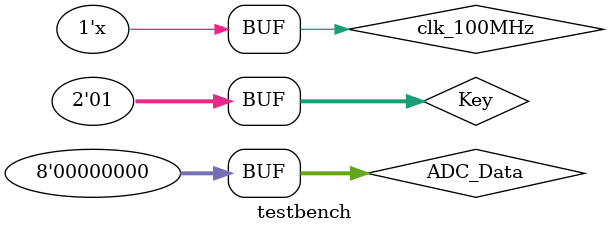
<source format=v>
`timescale 1ns / 1ps


module testbench();
    reg clk_100MHz = 0;
    reg [1:0]Key = 1;
    reg [7:0]ADC_Data = 0;
    
    wire clk_DAC;
    wire DAC_Din;
    wire DAC_Sync;
    wire clk_ADC;
    wire ADC_En;
    wire [7:0]ADC_Data_Out;
    
    Instrumentation test(
        .clk_100MHz(clk_100MHz),
        .Key(Key),
        .ADC_Data(ADC_Data),
        .clk_DAC(clk_DAC),
        .DAC_Din(DAC_Din),
        .DAC_Sync(DAC_Sync),
        .clk_ADC(clk_ADC),
        .ADC_En(ADC_En),
        .ADC_Data_Out(ADC_Data_Out)
    );
    
    always #5 clk_100MHz = ~clk_100MHz; 
    

    
endmodule

</source>
